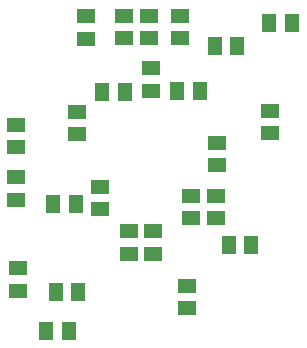
<source format=gbp>
G75*
%MOIN*%
%OFA0B0*%
%FSLAX24Y24*%
%IPPOS*%
%LPD*%
%AMOC8*
5,1,8,0,0,1.08239X$1,22.5*
%
%ADD10R,0.0591X0.0512*%
%ADD11R,0.0512X0.0591*%
D10*
X028949Y014843D03*
X028949Y015591D03*
X028896Y017876D03*
X028896Y018624D03*
X028896Y019626D03*
X028896Y020374D03*
X030926Y020049D03*
X030926Y020797D03*
X033398Y021506D03*
X033398Y022254D03*
X033313Y023254D03*
X032475Y023256D03*
X032475Y024004D03*
X033313Y024002D03*
X034357Y024002D03*
X034357Y023254D03*
X031237Y023244D03*
X031237Y023992D03*
X037369Y020831D03*
X037369Y020083D03*
X035595Y019760D03*
X035595Y019012D03*
X035548Y018006D03*
X035548Y017258D03*
X034711Y017254D03*
X034711Y018002D03*
X033473Y016819D03*
X032666Y016819D03*
X031705Y017561D03*
X031705Y018309D03*
X032666Y016071D03*
X033473Y016071D03*
X034577Y015000D03*
X034577Y014252D03*
D11*
X035981Y016346D03*
X036729Y016346D03*
X030973Y014793D03*
X030225Y014793D03*
X029904Y013500D03*
X030652Y013500D03*
X030874Y017738D03*
X030126Y017738D03*
X031768Y021470D03*
X032516Y021470D03*
X034272Y021500D03*
X035020Y021500D03*
X035522Y023000D03*
X036270Y023000D03*
X037333Y023766D03*
X038081Y023766D03*
M02*

</source>
